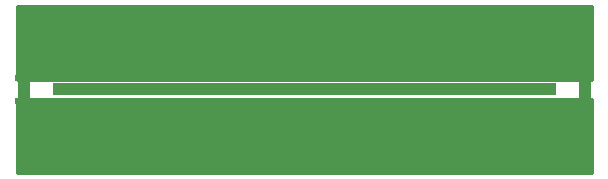
<source format=gbr>
G04 #@! TF.FileFunction,Copper,L1,Top,Signal*
%FSLAX46Y46*%
G04 Gerber Fmt 4.6, Leading zero omitted, Abs format (unit mm)*
G04 Created by KiCad (PCBNEW 4.0.2-stable) date Mon Jul  4 16:36:02 2016*
%MOMM*%
G01*
G04 APERTURE LIST*
%ADD10C,0.100000*%
%ADD11C,0.600000*%
%ADD12R,1.000000X1.000000*%
%ADD13R,2.200000X1.050000*%
%ADD14C,1.000000*%
%ADD15C,0.254000*%
G04 APERTURE END LIST*
D10*
D11*
X120000000Y-85000000D03*
X125000000Y-85000000D03*
X130000000Y-85000000D03*
X135000000Y-85000000D03*
X140000000Y-85000000D03*
X145000000Y-85000000D03*
X150000000Y-85000000D03*
X155000000Y-85000000D03*
X160000000Y-85000000D03*
X160000000Y-95000000D03*
X155000000Y-95000000D03*
X150000000Y-95000000D03*
X145000000Y-95000000D03*
X140000000Y-95000000D03*
X135000000Y-95000000D03*
X130000000Y-95000000D03*
X125000000Y-95000000D03*
X120000000Y-95000000D03*
X163000000Y-91000000D03*
X162000000Y-91000000D03*
X161000000Y-91000000D03*
X160000000Y-91000000D03*
X159000000Y-91000000D03*
X158000000Y-91000000D03*
X157000000Y-91000000D03*
X156000000Y-91000000D03*
X155000000Y-91000000D03*
X154000000Y-91000000D03*
X153000000Y-91000000D03*
X152000000Y-91000000D03*
X151000000Y-91000000D03*
X150000000Y-91000000D03*
X149000000Y-91000000D03*
X148000000Y-91000000D03*
X147000000Y-91000000D03*
X146000000Y-91000000D03*
X145000000Y-91000000D03*
X144000000Y-91000000D03*
X143000000Y-91000000D03*
X142000000Y-91000000D03*
X141000000Y-91000000D03*
X140000000Y-91000000D03*
X139000000Y-91000000D03*
X138000000Y-91000000D03*
X137000000Y-91000000D03*
X136000000Y-91000000D03*
X135000000Y-91000000D03*
X134000000Y-91000000D03*
X133000000Y-91000000D03*
X132000000Y-91000000D03*
X131000000Y-91000000D03*
X130000000Y-91000000D03*
X129000000Y-91000000D03*
X128000000Y-91000000D03*
X127000000Y-91000000D03*
X126000000Y-91000000D03*
X125000000Y-91000000D03*
X124000000Y-91000000D03*
X123000000Y-91000000D03*
X122000000Y-91000000D03*
X121000000Y-91000000D03*
X120000000Y-91000000D03*
X119000000Y-91000000D03*
X118000000Y-91000000D03*
X117000000Y-91000000D03*
X116000000Y-91000000D03*
X163000000Y-89000000D03*
X162000000Y-89000000D03*
X161000000Y-89000000D03*
X160000000Y-89000000D03*
X159000000Y-89000000D03*
X158000000Y-89000000D03*
X157000000Y-89000000D03*
X156000000Y-89000000D03*
X155000000Y-89000000D03*
X154000000Y-89000000D03*
X153000000Y-89000000D03*
X152000000Y-89000000D03*
X151000000Y-89000000D03*
X150000000Y-89000000D03*
X149000000Y-89000000D03*
X148000000Y-89000000D03*
X147000000Y-89000000D03*
X146000000Y-89000000D03*
X145000000Y-89000000D03*
X144000000Y-89000000D03*
X143000000Y-89000000D03*
X142000000Y-89000000D03*
X141000000Y-89000000D03*
X140000000Y-89000000D03*
X139000000Y-89000000D03*
X138000000Y-89000000D03*
X137000000Y-89000000D03*
X136000000Y-89000000D03*
X135000000Y-89000000D03*
X134000000Y-89000000D03*
X133000000Y-89000000D03*
X132000000Y-89000000D03*
X131000000Y-89000000D03*
X130000000Y-89000000D03*
X129000000Y-89000000D03*
X128000000Y-89000000D03*
X127000000Y-89000000D03*
X126000000Y-89000000D03*
X125000000Y-89000000D03*
X124000000Y-89000000D03*
X123000000Y-89000000D03*
X122000000Y-89000000D03*
X121000000Y-89000000D03*
X120000000Y-89000000D03*
X119000000Y-89000000D03*
X118000000Y-89000000D03*
X117000000Y-89000000D03*
X116000000Y-89000000D03*
X115000000Y-91000000D03*
X115000000Y-89000000D03*
D12*
X118500000Y-90000000D03*
D13*
X117000000Y-91475000D03*
X117000000Y-88525000D03*
D12*
X115500000Y-90000000D03*
X160000000Y-90000000D03*
D13*
X161500000Y-88525000D03*
X161500000Y-91475000D03*
D12*
X163000000Y-90000000D03*
D11*
X161000000Y-92700000D03*
X161000000Y-87300000D03*
X117500000Y-92700000D03*
X117500000Y-87300000D03*
X115500000Y-90000000D03*
X163000000Y-90000000D03*
D14*
X118500000Y-90000000D02*
X159376402Y-90000000D01*
X159376402Y-90000000D02*
X160000000Y-90000000D01*
X115500000Y-91000000D02*
X115500000Y-90000000D01*
X115500000Y-89000000D02*
X115500000Y-90000000D01*
X163000000Y-90000000D02*
X163000000Y-89000000D01*
X163000000Y-90000000D02*
X163000000Y-91000000D01*
D15*
G36*
X158000000Y-90833406D02*
X163598000Y-90833406D01*
X163598000Y-97098000D01*
X114902000Y-97098000D01*
X114902000Y-90833406D01*
X120500000Y-90833406D01*
X120534046Y-90827000D01*
X157968367Y-90827000D01*
X158000000Y-90833406D01*
X158000000Y-90833406D01*
G37*
X158000000Y-90833406D02*
X163598000Y-90833406D01*
X163598000Y-97098000D01*
X114902000Y-97098000D01*
X114902000Y-90833406D01*
X120500000Y-90833406D01*
X120534046Y-90827000D01*
X157968367Y-90827000D01*
X158000000Y-90833406D01*
G36*
X163598000Y-89166594D02*
X158000000Y-89166594D01*
X157965954Y-89173000D01*
X120531633Y-89173000D01*
X120500000Y-89166594D01*
X114902000Y-89166594D01*
X114902000Y-82902000D01*
X163598000Y-82902000D01*
X163598000Y-89166594D01*
X163598000Y-89166594D01*
G37*
X163598000Y-89166594D02*
X158000000Y-89166594D01*
X157965954Y-89173000D01*
X120531633Y-89173000D01*
X120500000Y-89166594D01*
X114902000Y-89166594D01*
X114902000Y-82902000D01*
X163598000Y-82902000D01*
X163598000Y-89166594D01*
M02*

</source>
